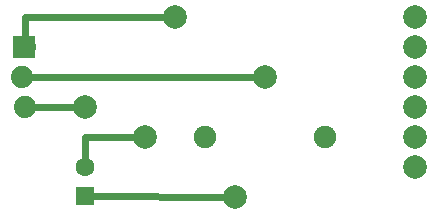
<source format=gbl>
G04 MADE WITH FRITZING*
G04 WWW.FRITZING.ORG*
G04 DOUBLE SIDED*
G04 HOLES PLATED*
G04 CONTOUR ON CENTER OF CONTOUR VECTOR*
%ASAXBY*%
%FSLAX23Y23*%
%MOIN*%
%OFA0B0*%
%SFA1.0B1.0*%
%ADD10C,0.078740*%
%ADD11C,0.074000*%
%ADD12C,0.062992*%
%ADD13C,0.075000*%
%ADD14C,0.079134*%
%ADD15R,0.062992X0.062992*%
%ADD16C,0.024000*%
%ADD17R,0.001000X0.001000*%
%LNCOPPER0*%
G90*
G70*
G54D10*
X931Y107D03*
X431Y407D03*
X731Y707D03*
X631Y307D03*
X1031Y507D03*
G54D11*
X231Y607D03*
X221Y507D03*
X231Y407D03*
G54D12*
X431Y109D03*
X431Y207D03*
G54D13*
X1231Y307D03*
X831Y307D03*
G54D14*
X1531Y707D03*
X1531Y607D03*
X1531Y507D03*
X1531Y407D03*
X1531Y307D03*
X1531Y207D03*
G54D15*
X431Y109D03*
G54D16*
X700Y707D02*
X231Y707D01*
D02*
X231Y707D02*
X231Y638D01*
D02*
X262Y407D02*
X400Y407D01*
D02*
X1000Y507D02*
X252Y507D01*
D02*
X900Y107D02*
X458Y109D01*
D02*
X431Y307D02*
X600Y307D01*
D02*
X431Y234D02*
X431Y307D01*
G54D17*
X194Y644D02*
X267Y644D01*
X194Y643D02*
X267Y643D01*
X194Y642D02*
X267Y642D01*
X194Y641D02*
X267Y641D01*
X194Y640D02*
X267Y640D01*
X194Y639D02*
X267Y639D01*
X194Y638D02*
X267Y638D01*
X194Y637D02*
X267Y637D01*
X194Y636D02*
X267Y636D01*
X194Y635D02*
X267Y635D01*
X194Y634D02*
X267Y634D01*
X194Y633D02*
X267Y633D01*
X194Y632D02*
X267Y632D01*
X194Y631D02*
X267Y631D01*
X194Y630D02*
X267Y630D01*
X194Y629D02*
X267Y629D01*
X194Y628D02*
X267Y628D01*
X194Y627D02*
X225Y627D01*
X236Y627D02*
X267Y627D01*
X194Y626D02*
X222Y626D01*
X239Y626D02*
X267Y626D01*
X194Y625D02*
X220Y625D01*
X241Y625D02*
X267Y625D01*
X194Y624D02*
X218Y624D01*
X242Y624D02*
X267Y624D01*
X194Y623D02*
X217Y623D01*
X244Y623D02*
X267Y623D01*
X194Y622D02*
X216Y622D01*
X245Y622D02*
X267Y622D01*
X194Y621D02*
X215Y621D01*
X246Y621D02*
X267Y621D01*
X194Y620D02*
X214Y620D01*
X247Y620D02*
X267Y620D01*
X194Y619D02*
X213Y619D01*
X247Y619D02*
X267Y619D01*
X194Y618D02*
X213Y618D01*
X248Y618D02*
X267Y618D01*
X194Y617D02*
X212Y617D01*
X248Y617D02*
X267Y617D01*
X194Y616D02*
X212Y616D01*
X249Y616D02*
X267Y616D01*
X194Y615D02*
X211Y615D01*
X249Y615D02*
X267Y615D01*
X194Y614D02*
X211Y614D01*
X250Y614D02*
X267Y614D01*
X194Y613D02*
X211Y613D01*
X250Y613D02*
X267Y613D01*
X194Y612D02*
X210Y612D01*
X250Y612D02*
X267Y612D01*
X194Y611D02*
X210Y611D01*
X250Y611D02*
X267Y611D01*
X194Y610D02*
X210Y610D01*
X251Y610D02*
X267Y610D01*
X194Y609D02*
X210Y609D01*
X251Y609D02*
X267Y609D01*
X194Y608D02*
X210Y608D01*
X251Y608D02*
X267Y608D01*
X194Y607D02*
X210Y607D01*
X251Y607D02*
X267Y607D01*
X194Y606D02*
X210Y606D01*
X251Y606D02*
X267Y606D01*
X194Y605D02*
X210Y605D01*
X251Y605D02*
X267Y605D01*
X194Y604D02*
X210Y604D01*
X250Y604D02*
X267Y604D01*
X194Y603D02*
X210Y603D01*
X250Y603D02*
X267Y603D01*
X194Y602D02*
X211Y602D01*
X250Y602D02*
X267Y602D01*
X194Y601D02*
X211Y601D01*
X250Y601D02*
X267Y601D01*
X194Y600D02*
X211Y600D01*
X249Y600D02*
X267Y600D01*
X194Y599D02*
X212Y599D01*
X249Y599D02*
X267Y599D01*
X194Y598D02*
X212Y598D01*
X248Y598D02*
X267Y598D01*
X194Y597D02*
X213Y597D01*
X248Y597D02*
X267Y597D01*
X194Y596D02*
X214Y596D01*
X247Y596D02*
X267Y596D01*
X194Y595D02*
X215Y595D01*
X246Y595D02*
X267Y595D01*
X194Y594D02*
X215Y594D01*
X245Y594D02*
X267Y594D01*
X194Y593D02*
X216Y593D01*
X244Y593D02*
X267Y593D01*
X194Y592D02*
X218Y592D01*
X243Y592D02*
X267Y592D01*
X194Y591D02*
X219Y591D01*
X242Y591D02*
X267Y591D01*
X194Y590D02*
X221Y590D01*
X240Y590D02*
X267Y590D01*
X194Y589D02*
X223Y589D01*
X238Y589D02*
X267Y589D01*
X194Y588D02*
X227Y588D01*
X233Y588D02*
X267Y588D01*
X194Y587D02*
X267Y587D01*
X194Y586D02*
X267Y586D01*
X194Y585D02*
X267Y585D01*
X194Y584D02*
X267Y584D01*
X194Y583D02*
X267Y583D01*
X194Y582D02*
X267Y582D01*
X194Y581D02*
X267Y581D01*
X194Y580D02*
X267Y580D01*
X194Y579D02*
X267Y579D01*
X194Y578D02*
X267Y578D01*
X194Y577D02*
X267Y577D01*
X194Y576D02*
X267Y576D01*
X194Y575D02*
X267Y575D01*
X194Y574D02*
X267Y574D01*
X194Y573D02*
X267Y573D01*
X194Y572D02*
X267Y572D01*
X194Y571D02*
X267Y571D01*
D02*
G04 End of Copper0*
M02*
</source>
